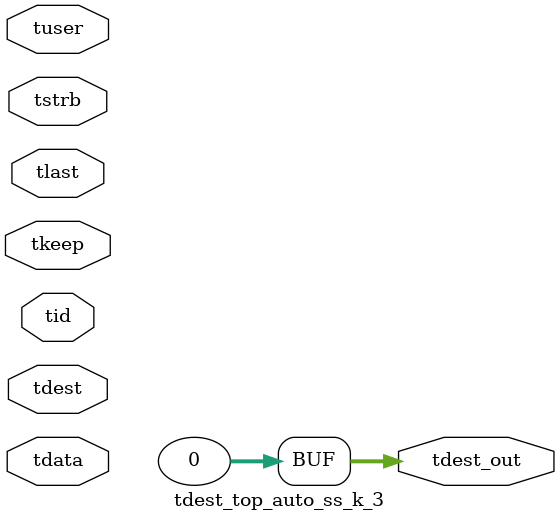
<source format=v>


`timescale 1ps/1ps

module tdest_top_auto_ss_k_3 #
(
parameter C_S_AXIS_TDATA_WIDTH = 32,
parameter C_S_AXIS_TUSER_WIDTH = 0,
parameter C_S_AXIS_TID_WIDTH   = 0,
parameter C_S_AXIS_TDEST_WIDTH = 0,
parameter C_M_AXIS_TDEST_WIDTH = 32
)
(
input  [(C_S_AXIS_TDATA_WIDTH == 0 ? 1 : C_S_AXIS_TDATA_WIDTH)-1:0     ] tdata,
input  [(C_S_AXIS_TUSER_WIDTH == 0 ? 1 : C_S_AXIS_TUSER_WIDTH)-1:0     ] tuser,
input  [(C_S_AXIS_TID_WIDTH   == 0 ? 1 : C_S_AXIS_TID_WIDTH)-1:0       ] tid,
input  [(C_S_AXIS_TDEST_WIDTH == 0 ? 1 : C_S_AXIS_TDEST_WIDTH)-1:0     ] tdest,
input  [(C_S_AXIS_TDATA_WIDTH/8)-1:0 ] tkeep,
input  [(C_S_AXIS_TDATA_WIDTH/8)-1:0 ] tstrb,
input                                                                    tlast,
output [C_M_AXIS_TDEST_WIDTH-1:0] tdest_out
);

assign tdest_out = {1'b0};

endmodule


</source>
